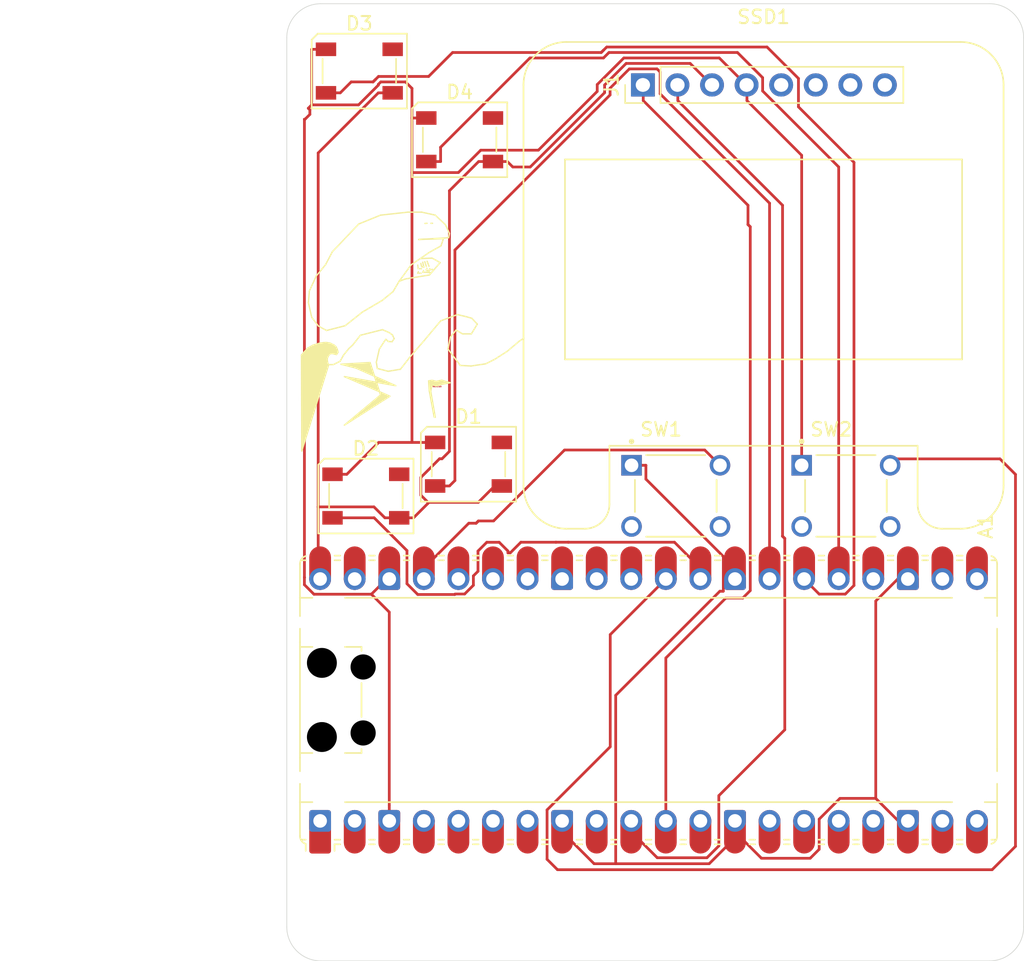
<source format=kicad_pcb>
(kicad_pcb (version 20241229) (generator "pcbnew") (generator_version "9.0")
  (layers (0 "F.Cu" signal) (2 "B.Cu" signal) (13 "F.Paste" user) (15 "B.Paste" user) (5 "F.SilkS" user "F.Silkscreen") (7 "B.SilkS" user "B.Silkscreen") (1 "F.Mask" user) (3 "B.Mask" user) (25 "Edge.Cuts" user))
  (net 0 "")
  (net 3 "unconnected-(A1-GPIO20-Pad26)")
  (net 15 "Net-(A1-RUN)")
  (net 19 "Net-(A1-GPIO7)")
  (net 21 "unconnected-(A1-GPIO19-Pad25)")
  (net 26 "Net-(A1-3V3_EN)")
  (net 28 "Net-(A1-GPIO8)")
  (net 31 "GND")
  (net 32 "Net-(A1-GPIO22)")
  (net 47 "Net-(A1-GPIO21)")
  (net 58 "+5V")
  (footprint "Display:Adafruit_SSD1306" (layer "F.Cu") (at 142.058 66.29)
    (property "Reference" "SSD1")
    (property "Value" "~")
  )
  (footprint "Connector_PinHeader_2.54mm:PinHeader_1x08_P2.54mm_Vertical" (layer "F.Cu") (at 142.11 66.29 90)
    (property "Reference" "J1")
    (property "Value" "Conn_01x08_Pin")
  )
  (footprint "TS02-66-70-BK-100-LCR-D:SW_TS02-66-70-BK-100-LCR-D" (layer "F.Cu") (at 157 96.5)
    (property "Reference" "SW2")
    (property "Value" "SW_Push")
  )
  (footprint "Module:RaspberryPi_Pico_Common_Unspecified" (layer "F.Cu") (at 142.5 111.5 90)
    (property "Reference" "A1")
    (property "Value" "RaspberryPi_Pico")
  )
  (footprint "MountingHole:MountingHole_2.1mm" (layer "F.Cu") (at 165.5 126.9)
    (property "Reference" "REF**" (hide yes))
    (property "Value" "MountingHole_2.1mm" (hide yes))
  )
  (footprint "TS02-66-70-BK-100-LCR-D:SW_TS02-66-70-BK-100-LCR-D" (layer "F.Cu") (at 144.5 96.5)
    (property "Reference" "SW1")
    (property "Value" "SW_Push")
  )
  (footprint "MountingHole:MountingHole_2.1mm" (layer "F.Cu") (at 121.8 126.8)
    (property "Reference" "REF**" (hide yes))
    (property "Value" "MountingHole_2.1mm" (hide yes))
  )
  (footprint "LED_SMD:LED_SK6812_PLCC4_5.0x5.0mm_P3.2mm" (layer "F.Cu") (at 121.25 65.27)
    (property "Reference" "D3")
    (property "Value" "SK6812")
  )
  (footprint "LED_SMD:LED_SK6812_PLCC4_5.0x5.0mm_P3.2mm" (layer "F.Cu") (at 128.62 70.32)
    (property "Reference" "D4")
    (property "Value" "SK6812")
  )
  (footprint "MountingHole:MountingHole_2.1mm" (layer "F.Cu") (at 121.8 72.8)
    (property "Reference" "REF**" (hide yes))
    (property "Value" "MountingHole_2.1mm" (hide yes))
  )
  (footprint "LED_SMD:LED_SK6812_PLCC4_5.0x5.0mm_P3.2mm" (layer "F.Cu") (at 129.27 94.17)
    (property "Reference" "D1")
    (property "Value" "SK6812")
  )
  (footprint "LED_SMD:LED_SK6812_PLCC4_5.0x5.0mm_P3.2mm" (layer "F.Cu") (at 121.73 96.51)
    (property "Reference" "D2")
    (property "Value" "SK6812")
  )
  (gr_line (start 118.09 80.33) (end 118.77 79.5) (stroke (width 0.1)) (layer "F.SilkS"))
  (gr_line (start 119.68 85.95) (end 119.57 86.1) (stroke (width 0.1)) (layer "F.SilkS"))
  (gr_line (start 127.19 79.35) (end 126.4 80.26) (stroke (width 0.1)) (layer "F.SilkS"))
  (gr_line (start 124.17 80.73) (end 123.73 81.48) (stroke (width 0.1)) (layer "F.SilkS"))
  (gr_line (start 125.77 79.41) (end 125.83 79.65) (stroke (width 0.1)) (layer "F.SilkS"))
  (gr_line (start 123.81 84.94) (end 123.65 85.17) (stroke (width 0.1)) (layer "F.SilkS"))
  (gr_line (start 125.58 79.8) (end 125.82 79.8) (stroke (width 0.1)) (layer "F.SilkS"))
  (gr_line (start 118.91 86.24) (end 118.88 86.43) (stroke (width 0.1)) (layer "F.SilkS"))
  (gr_line (start 128.36 84.31) (end 127.94 84.83) (stroke (width 0.1)) (layer "F.SilkS"))
  (gr_line (start 124.27 87.19) (end 124.9 86.38) (stroke (width 0.1)) (layer "F.SilkS"))
  (gr_line (start 126.51 76.46) (end 126.63 76.46) (stroke (width 0.1)) (layer "F.SilkS"))
  (gr_line (start 120.21 83.99) (end 118.84 84.34) (stroke (width 0.1)) (layer "F.SilkS"))
  (gr_line (start 126.83 75.86) (end 127.58 76.57) (stroke (width 0.1)) (layer "F.SilkS"))
  (gr_line (start 125.33 85.87) (end 125.99 85.11) (stroke (width 0.1)) (layer "F.SilkS"))
  (gr_line (start 119.41 85.43) (end 119.53 85.53) (stroke (width 0.1)) (layer "F.SilkS"))
  (gr_line (start 125.06 79.51) (end 124.17 80.73) (stroke (width 0.1)) (layer "F.SilkS"))
  (gr_line (start 117.51 82.3) (end 117.58 81.44) (stroke (width 0.1)) (layer "F.SilkS"))
  (gr_line (start 125.92 80.06) (end 126.2 80.06) (stroke (width 0.1)) (layer "F.SilkS"))
  (gr_line (start 126.2 80.06) (end 126.5 80.1) (stroke (width 0.1)) (layer "F.SilkS"))
  (gr_line (start 127.81 77.52) (end 125.61 77.65) (stroke (width 0.1)) (layer "F.SilkS"))
  (gr_line (start 126.39 79.89) (end 126.62 79.845) (stroke (width 0.1)) (layer "F.SilkS"))
  (gr_line (start 126.4 80.26) (end 124.63 80.55) (stroke (width 0.1)) (layer "F.SilkS"))
  (gr_line (start 118.88 86.43) (end 118.88 86.72) (stroke (width 0.1)) (layer "F.SilkS"))
  (gr_line (start 123.65 85.17) (end 123.38 85.15) (stroke (width 0.1)) (layer "F.SilkS"))
  (gr_poly (pts (xy 119.899968 86.820195) (xy 122.039968 86.695195) (xy 122.809968 89.080195) (xy 120.149968 91.300195) (xy 123.499968 89.170195) (xy 120.149968 87.730195) (xy 123.929968 88.400195) (xy 120.999968 87.100195)) (stroke (width 0.1)) (fill yes) (layer "F.SilkS"))
  (gr_line (start 119.63 85.73) (end 119.68 85.95) (stroke (width 0.1)) (layer "F.SilkS"))
  (gr_line (start 131.16 86.48) (end 132.09 85.89) (stroke (width 0.1)) (layer "F.SilkS"))
  (gr_line (start 119.84 86.6) (end 120.09 86.15) (stroke (width 0.1)) (layer "F.SilkS"))
  (gr_poly (pts (xy 126.83 90.72) (xy 126.49 88.76) (xy 126.39 88.78) (xy 126.75 90.71)) (stroke (width 0.1)) (fill yes) (layer "F.SilkS"))
  (gr_line (start 129.46 86.95) (end 130.54 86.79) (stroke (width 0.1)) (layer "F.SilkS"))
  (gr_line (start 132.09 85.89) (end 133.01 85.12) (stroke (width 0.1)) (layer "F.SilkS"))
  (gr_line (start 123.2 84.99) (end 123.06 85.18) (stroke (width 0.1)) (layer "F.SilkS"))
  (gr_poly (pts (xy 117 86.15) (xy 117.46 85.64) (xy 117.86 85.42) (xy 118.32 85.28) (xy 118.78 85.22) (xy 119.12 85.28) (xy 119.41 85.43) (xy 119.58 85.63) (xy 119.655 85.84) (xy 119.625 86.025) (xy 119.57 86.1) (xy 119.37 86.05) (xy 119.16 86.03) (xy 119.08 86.043333) (xy 118.985 86.175) (xy 118.88 86.43) (xy 118.94 86.785) (xy 119 86.85) (xy 117.02 93.21)) (stroke (width 0.1)) (fill yes) (layer "F.SilkS"))
  (gr_line (start 117.23 85.89) (end 117.46 85.64) (stroke (width 0.1)) (layer "F.SilkS"))
  (gr_line (start 119.37 86.05) (end 119.22 86.02) (stroke (width 0.1)) (layer "F.SilkS"))
  (gr_line (start 125.54 79.53) (end 125.58 79.8) (stroke (width 0.1)) (layer "F.SilkS"))
  (gr_line (start 119.57 86.1) (end 119.37 86.05) (stroke (width 0.1)) (layer "F.SilkS"))
  (gr_line (start 122.57 87.13) (end 123.37 87.34) (stroke (width 0.1)) (layer "F.SilkS"))
  (gr_line (start 124.82 75.64) (end 125.83 75.64) (stroke (width 0.1)) (layer "F.SilkS"))
  (gr_line (start 120.09 86.15) (end 120.47 85.68) (stroke (width 0.1)) (layer "F.SilkS"))
  (gr_poly (pts (xy 126.39 88.78) (xy 126.34 88.042187) (xy 126.6 88.002187) (xy 126.9 88.082187) (xy 127.31 87.992187) (xy 127.56 88.082187) (xy 127.93 88.182187) (xy 127.32 88.292187) (xy 126.91 88.412187) (xy 126.6 88.332187) (xy 126.49 88.852187)) (stroke (width 0.1)) (fill yes) (layer "F.SilkS"))
  (gr_line (start 119 86.85) (end 119.34 86.85) (stroke (width 0.1)) (layer "F.SilkS"))
  (gr_line (start 127.25 78.12) (end 126.39 78.6) (stroke (width 0.1)) (layer "F.SilkS"))
  (gr_line (start 125.83 75.64) (end 126.83 75.86) (stroke (width 0.1)) (layer "F.SilkS"))
  (gr_line (start 123.73 81.48) (end 122.93 82.13) (stroke (width 0.1)) (layer "F.SilkS"))
  (gr_line (start 128.83 84.59) (end 128.36 84.31) (stroke (width 0.1)) (layer "F.SilkS"))
  (gr_line (start 125.83 79.65) (end 125.94 79.67) (stroke (width 0.1)) (layer "F.SilkS"))
  (gr_line (start 126.16 79.89) (end 126.37 79.99) (stroke (width 0.1)) (layer "F.SilkS"))
  (gr_line (start 124.63 80.55) (end 124.17 80.73) (stroke (width 0.1)) (layer "F.SilkS"))
  (gr_line (start 127.43 77.59) (end 127.25 78.12) (stroke (width 0.1)) (layer "F.SilkS"))
  (gr_line (start 117.86 85.42) (end 118.32 85.28) (stroke (width 0.1)) (layer "F.SilkS"))
  (gr_line (start 123.68 84.66) (end 123.81 84.94) (stroke (width 0.1)) (layer "F.SilkS"))
  (gr_line (start 122.5 86.67) (end 122.57 87.13) (stroke (width 0.1)) (layer "F.SilkS"))
  (gr_line (start 121.21 76.51) (end 122.81 75.86) (stroke (width 0.1)) (layer "F.SilkS"))
  (gr_line (start 118.32 85.28) (end 118.78 85.22) (stroke (width 0.1)) (layer "F.SilkS"))
  (gr_line (start 117.58 81.44) (end 118.09 80.33) (stroke (width 0.1)) (layer "F.SilkS"))
  (gr_line (start 121.33 84.69) (end 122.95 84.28) (stroke (width 0.1)) (layer "F.SilkS"))
  (gr_line (start 117 86.15) (end 117.23 85.89) (stroke (width 0.1)) (layer "F.SilkS"))
  (gr_line (start 126.43 79.8) (end 126.39 79.89) (stroke (width 0.1)) (layer "F.SilkS"))
  (gr_line (start 127.76 85.7) (end 128.67 86.91) (stroke (width 0.1)) (layer "F.SilkS"))
  (gr_line (start 121.47 82.99) (end 120.21 83.99) (stroke (width 0.1)) (layer "F.SilkS"))
  (gr_line (start 127.58 76.57) (end 127.87 77.21) (stroke (width 0.1)) (layer "F.SilkS"))
  (gr_line (start 123.38 85.15) (end 123.2 84.99) (stroke (width 0.1)) (layer "F.SilkS"))
  (gr_line (start 119.53 85.53) (end 119.63 85.73) (stroke (width 0.1)) (layer "F.SilkS"))
  (gr_line (start 126.6 79.02) (end 127.19 79.35) (stroke (width 0.1)) (layer "F.SilkS"))
  (gr_line (start 119.34 86.85) (end 119.84 86.6) (stroke (width 0.1)) (layer "F.SilkS"))
  (gr_line (start 122.95 84.28) (end 123.43 84.49) (stroke (width 0.1)) (layer "F.SilkS"))
  (gr_line (start 123.06 85.18) (end 122.72 85.71) (stroke (width 0.1)) (layer "F.SilkS"))
  (gr_line (start 125.725 79.055) (end 126.6 79.02) (stroke (width 0.1)) (layer "F.SilkS"))
  (gr_line (start 122.72 85.71) (end 122.5 86.67) (stroke (width 0.1)) (layer "F.SilkS"))
  (gr_line (start 133.01 85.12) (end 133.34 84.9) (stroke (width 0.1)) (layer "F.SilkS"))
  (gr_line (start 128.67 86.91) (end 129.46 86.95) (stroke (width 0.1)) (layer "F.SilkS"))
  (gr_line (start 129.51 83.44) (end 129.92 83.87) (stroke (width 0.1)) (layer "F.SilkS"))
  (gr_line (start 126.23 79.25) (end 126.37 79.62) (stroke (width 0.1)) (layer "F.SilkS"))
  (gr_line (start 125.99 79.69) (end 125.981351 79.65) (stroke (width 0.1)) (layer "F.SilkS"))
  (gr_line (start 125.54 80.13) (end 125.79 80.13) (stroke (width 0.1)) (layer "F.SilkS"))
  (gr_line (start 122.81 75.86) (end 124.82 75.64) (stroke (width 0.1)) (layer "F.SilkS"))
  (gr_line (start 118.78 85.22) (end 119.12 85.28) (stroke (width 0.1)) (layer "F.SilkS"))
  (gr_line (start 129.92 83.87) (end 129.48 84.59) (stroke (width 0.1)) (layer "F.SilkS"))
  (gr_line (start 126.39 78.6) (end 125.06 79.51) (stroke (width 0.1)) (layer "F.SilkS"))
  (gr_line (start 126.07 76.47) (end 126.23 76.46) (stroke (width 0.1)) (layer "F.SilkS"))
  (gr_line (start 129.48 84.59) (end 128.83 84.59) (stroke (width 0.1)) (layer "F.SilkS"))
  (gr_line (start 120.78 85.39) (end 121.33 84.69) (stroke (width 0.1)) (layer "F.SilkS"))
  (gr_line (start 127.94 84.83) (end 127.76 85.7) (stroke (width 0.1)) (layer "F.SilkS"))
  (gr_line (start 119.1 86.04) (end 119.06 86.11) (stroke (width 0.1)) (layer "F.SilkS"))
  (gr_line (start 122.93 82.13) (end 121.47 82.99) (stroke (width 0.1)) (layer "F.SilkS"))
  (gr_line (start 117.75 83.37) (end 117.51 82.3) (stroke (width 0.1)) (layer "F.SilkS"))
  (gr_line (start 124.9 86.38) (end 125.33 85.87) (stroke (width 0.1)) (layer "F.SilkS"))
  (gr_line (start 125.91 79.32) (end 125.99 79.69) (stroke (width 0.1)) (layer "F.SilkS"))
  (gr_line (start 127.23 83.63) (end 128.46 83.17) (stroke (width 0.1)) (layer "F.SilkS"))
  (gr_line (start 123.37 87.34) (end 124.27 87.19) (stroke (width 0.1)) (layer "F.SilkS"))
  (gr_line (start 123.43 84.49) (end 123.68 84.66) (stroke (width 0.1)) (layer "F.SilkS"))
  (gr_line (start 118.24 84.01) (end 117.75 83.37) (stroke (width 0.1)) (layer "F.SilkS"))
  (gr_line (start 119.22 86.02) (end 119.1 86.04) (stroke (width 0.1)) (layer "F.SilkS"))
  (gr_line (start 119.06 86.11) (end 118.91 86.24) (stroke (width 0.1)) (layer "F.SilkS"))
  (gr_line (start 117.46 85.64) (end 117.86 85.42) (stroke (width 0.1)) (layer "F.SilkS"))
  (gr_line (start 126.22 79.79) (end 126.16 79.89) (stroke (width 0.1)) (layer "F.SilkS"))
  (gr_line (start 118.88 86.72) (end 119 86.85) (stroke (width 0.1)) (layer "F.SilkS"))
  (gr_line (start 120.47 85.68) (end 120.78 85.39) (stroke (width 0.1)) (layer "F.SilkS"))
  (gr_line (start 119.12 85.28) (end 119.41 85.43) (stroke (width 0.1)) (layer "F.SilkS"))
  (gr_line (start 125.61 77.65) (end 127.43 77.59) (stroke (width 0.1)) (layer "F.SilkS"))
  (gr_line (start 129.12 83.33) (end 129.51 83.44) (stroke (width 0.1)) (layer "F.SilkS"))
  (gr_line (start 126.37 79.99) (end 126.265 79.94) (stroke (width 0.1)) (layer "F.SilkS"))
  (gr_line (start 118.84 84.34) (end 118.24 84.01) (stroke (width 0.1)) (layer "F.SilkS"))
  (gr_line (start 126.06 79.28) (end 126.18 79.65) (stroke (width 0.1)) (layer "F.SilkS"))
  (gr_line (start 118.77 79.5) (end 119.27 78.55) (stroke (width 0.1)) (layer "F.SilkS"))
  (gr_line (start 130.54 86.79) (end 131.16 86.48) (stroke (width 0.1)) (layer "F.SilkS"))
  (gr_line (start 125.59 80.01) (end 125.54 80.13) (stroke (width 0.1)) (layer "F.SilkS"))
  (gr_line (start 127.87 77.21) (end 127.81 77.52) (stroke (width 0.1)) (layer "F.SilkS"))
  (gr_line (start 128.46 83.17) (end 129.12 83.33) (stroke (width 0.1)) (layer "F.SilkS"))
  (gr_line (start 125.97 79.94) (end 125.92 80.06) (stroke (width 0.1)) (layer "F.SilkS"))
  (gr_line (start 119.27 78.55) (end 121.21 76.51) (stroke (width 0.1)) (layer "F.SilkS"))
  (gr_line (start 125.99 85.11) (end 127.23 83.63) (stroke (width 0.1)) (layer "F.SilkS"))
  (gr_line (start 170.06 62.82) (end 170.06 128.18) (stroke (width 0.05)) (layer "Edge.Cuts"))
  (gr_arc (start 167.56 60.32) (mid 169.327767 61.052233) (end 170.06 62.82) (stroke (width 0.05)) (layer "Edge.Cuts"))
  (gr_line (start 167.56 130.68) (end 118.42 130.68) (stroke (width 0.05)) (layer "Edge.Cuts"))
  (gr_line (start 118.42 60.32) (end 167.56 60.32) (stroke (width 0.05)) (layer "Edge.Cuts"))
  (gr_arc (start 170.06 128.18) (mid 169.327767 129.947767) (end 167.56 130.68) (stroke (width 0.05)) (layer "Edge.Cuts"))
  (gr_line (start 115.92 128.18) (end 115.92 62.82) (stroke (width 0.05)) (layer "Edge.Cuts"))
  (gr_arc (start 118.42 130.68) (mid 116.652233 129.947767) (end 115.92 128.18) (stroke (width 0.05)) (layer "Edge.Cuts"))
  (gr_arc (start 115.92 62.82) (mid 116.652233 61.052233) (end 118.42 60.32) (stroke (width 0.05)) (layer "Edge.Cuts"))
  (gr_text "Hackclub" (at 126.94 88.45 0) (layer "F.Cu") (effects (font (size 0.1 0.1) (thickness 0.025))))
  (segment (start 128.1022 63.906) (end 126.3416 65.6666) (width 0.2) (layer "F.Cu") (net 3))
  (segment (start 139.0223 63.906) (end 128.1022 63.906) (width 0.2) (layer "F.Cu") (net 3))
  (segment (start 153.93 102.61) (end 155.0382 103.7182) (width 0.2) (layer "F.Cu") (net 3))
  (segment (start 155.0382 103.7182) (end 156.9567 103.7182) (width 0.2) (layer "F.Cu") (net 3))
  (segment (start 126.3416 65.6666) (end 122.6587 65.6666) (width 0.2) (layer "F.Cu") (net 3))
  (segment (start 156.9567 103.7182) (end 157.5926 103.0823) (width 0.2) (layer "F.Cu") (net 3))
  (segment (start 157.5926 103.0823) (end 157.5926 71.9802) (width 0.2) (layer "F.Cu") (net 3))
  (segment (start 139.1886 63.7397) (end 139.0223 63.906) (width 0.2) (layer "F.Cu") (net 3))
  (segment (start 157.5926 71.9802) (end 153.514 67.9016) (width 0.2) (layer "F.Cu") (net 3))
  (segment (start 153.93 102.61) (end 153.93 101.81) (width 0.2) (layer "F.Cu") (net 3))
  (segment (start 122.2585 66.0668) (end 120.6549 66.0668) (width 0.2) (layer "F.Cu") (net 3))
  (segment (start 139.424 63.5043) (end 139.1886 63.7397) (width 0.2) (layer "F.Cu") (net 3))
  (segment (start 151.2058 63.5043) (end 139.424 63.5043) (width 0.2) (layer "F.Cu") (net 3))
  (segment (start 153.514 67.9016) (end 153.514 65.8125) (width 0.2) (layer "F.Cu") (net 3))
  (segment (start 120.6549 66.0668) (end 119.8517 66.87) (width 0.2) (layer "F.Cu") (net 3))
  (segment (start 139.1886 63.7397) (end 139.0223 63.906) (width 0.2) (layer "F.Cu") (net 3))
  (segment (start 153.514 65.8125) (end 151.2058 63.5043) (width 0.2) (layer "F.Cu") (net 3))
  (segment (start 122.4233 65.902) (end 122.2585 66.0668) (width 0.2) (layer "F.Cu") (net 3))
  (segment (start 118.8 66.87) (end 119.8517 66.87) (width 0.2) (layer "F.Cu") (net 3))
  (segment (start 122.6587 65.6666) (end 122.4233 65.902) (width 0.2) (layer "F.Cu") (net 3))
  (segment (start 122.4233 65.902) (end 122.2585 66.0668) (width 0.2) (layer "F.Cu") (net 3))
  (segment (start 135.044 123.214) (end 135.809 123.979) (width 0.2) (layer "F.Cu") (net 15))
  (segment (start 135.044 119.580406) (end 135.044 123.214) (width 0.2) (layer "F.Cu") (net 15))
  (segment (start 169.459 122.261) (end 169.459 94.919) (width 0.2) (layer "F.Cu") (net 15))
  (segment (start 143.77 101.81) (end 143.77 102.61) (width 0.2) (layer "F.Cu") (net 15))
  (segment (start 139.6852 106.6948) (end 139.6852 114.939206) (width 0.2) (layer "F.Cu") (net 15))
  (segment (start 160.72 93.78) (end 160.25 94.25) (width 0.2) (layer "F.Cu") (net 15))
  (segment (start 143.77 102.61) (end 139.6852 106.6948) (width 0.2) (layer "F.Cu") (net 15))
  (segment (start 169.459 94.919) (end 168.32 93.78) (width 0.2) (layer "F.Cu") (net 15))
  (segment (start 135.809 123.979) (end 167.741 123.979) (width 0.2) (layer "F.Cu") (net 15))
  (segment (start 168.32 93.78) (end 160.72 93.78) (width 0.2) (layer "F.Cu") (net 15))
  (segment (start 139.6852 114.939206) (end 135.044 119.580406) (width 0.2) (layer "F.Cu") (net 15))
  (segment (start 167.741 123.979) (end 169.459 122.261) (width 0.2) (layer "F.Cu") (net 15))
  (segment (start 152.3442 99.4629) (end 152.509 99.6277) (width 0.2) (layer "F.Cu") (net 19))
  (segment (start 144.65 67.4417) (end 152.3442 75.1359) (width 0.2) (layer "F.Cu") (net 19))
  (segment (start 152.509 113.6898) (end 147.6634 118.5354) (width 0.2) (layer "F.Cu") (net 19))
  (segment (start 147.6634 118.5354) (end 147.6634 122.2262) (width 0.2) (layer "F.Cu") (net 19))
  (segment (start 152.509 99.6277) (end 152.509 113.6898) (width 0.2) (layer "F.Cu") (net 19))
  (segment (start 141.23 120.39) (end 141.23 121.19) (width 0.2) (layer "F.Cu") (net 19))
  (segment (start 152.3442 99.4629) (end 152.509 99.6277) (width 0.2) (layer "F.Cu") (net 19))
  (segment (start 144.65 66.29) (end 144.65 67.4417) (width 0.2) (layer "F.Cu") (net 19))
  (segment (start 152.3442 75.1359) (end 152.3442 99.4629) (width 0.2) (layer "F.Cu") (net 19))
  (segment (start 143.1399 123.0999) (end 141.23 121.19) (width 0.2) (layer "F.Cu") (net 19))
  (segment (start 146.7897 123.0999) (end 143.1399 123.0999) (width 0.2) (layer "F.Cu") (net 19))
  (segment (start 144.598 66.29) (end 144.65 66.29) (width 0.2) (layer "F.Cu") (net 19))
  (segment (start 147.6634 122.2262) (end 146.7897 123.0999) (width 0.2) (layer "F.Cu") (net 19))
  (segment (start 156.47 101.81) (end 156.47 72.3215) (width 0.2) (layer "F.Cu") (net 21))
  (segment (start 150.8817 66.7332) (end 150.8817 65.756) (width 0.2) (layer "F.Cu") (net 21))
  (segment (start 150.8817 65.756) (end 149.0317 63.906) (width 0.2) (layer "F.Cu") (net 21))
  (segment (start 133.7823 64.3077) (end 127.2217 70.8683) (width 0.2) (layer "F.Cu") (net 21))
  (segment (start 139.1887 64.3077) (end 133.7823 64.3077) (width 0.2) (layer "F.Cu") (net 21))
  (segment (start 126.17 71.92) (end 127.2217 71.92) (width 0.2) (layer "F.Cu") (net 21))
  (segment (start 127.2217 70.8683) (end 127.2217 71.92) (width 0.2) (layer "F.Cu") (net 21))
  (segment (start 156.47 102.61) (end 156.47 101.81) (width 0.2) (layer "F.Cu") (net 21))
  (segment (start 139.5904 63.906) (end 139.1887 64.3077) (width 0.2) (layer "F.Cu") (net 21))
  (segment (start 156.47 72.3215) (end 150.8817 66.7332) (width 0.2) (layer "F.Cu") (net 21))
  (segment (start 149.0317 63.906) (end 139.5904 63.906) (width 0.2) (layer "F.Cu") (net 21))
  (segment (start 136.327 93.1259) (end 131.1107 98.3422) (width 0.2) (layer "F.Cu") (net 26))
  (segment (start 125.99 102.61) (end 125.99 101.81) (width 0.2) (layer "F.Cu") (net 26))
  (segment (start 131.1107 98.3422) (end 129.9991 98.3422) (width 0.2) (layer "F.Cu") (net 26))
  (segment (start 129.2915 98.5085) (end 125.99 101.81) (width 0.2) (layer "F.Cu") (net 26))
  (segment (start 147.75 94.25) (end 146.6259 93.1259) (width 0.2) (layer "F.Cu") (net 26))
  (segment (start 146.6259 93.1259) (end 136.327 93.1259) (width 0.2) (layer "F.Cu") (net 26))
  (segment (start 129.9991 98.3422) (end 129.8328 98.5085) (width 0.2) (layer "F.Cu") (net 26))
  (segment (start 129.8328 98.5085) (end 129.2915 98.5085) (width 0.2) (layer "F.Cu") (net 26))
  (segment (start 129.9991 98.3422) (end 129.8328 98.5085) (width 0.2) (layer "F.Cu") (net 26))
  (segment (start 149.8065 76.5514) (end 149.9728 76.7177) (width 0.2) (layer "F.Cu") (net 28))
  (segment (start 149.8065 75.1382) (end 149.8065 76.5514) (width 0.2) (layer "F.Cu") (net 28))
  (segment (start 142.11 66.29) (end 142.11 67.4417) (width 0.2) (layer "F.Cu") (net 28))
  (segment (start 149.8065 76.5514) (end 149.9728 76.7177) (width 0.2) (layer "F.Cu") (net 28))
  (segment (start 142.058 66.29) (end 142.11 66.29) (width 0.2) (layer "F.Cu") (net 28))
  (segment (start 149.4227 104.0079) (end 149.9728 103.4578) (width 0.2) (layer "F.Cu") (net 28))
  (segment (start 143.77 108.415) (end 148.1771 104.0079) (width 0.2) (layer "F.Cu") (net 28))
  (segment (start 149.9728 103.4578) (end 149.9728 76.7177) (width 0.2) (layer "F.Cu") (net 28))
  (segment (start 142.11 67.4417) (end 149.8065 75.1382) (width 0.2) (layer "F.Cu") (net 28))
  (segment (start 143.77 120.39) (end 143.77 108.415) (width 0.2) (layer "F.Cu") (net 28))
  (segment (start 148.1771 104.0079) (end 149.4227 104.0079) (width 0.2) (layer "F.Cu") (net 28))
  (segment (start 143.77 121.19) (end 143.77 120.39) (width 0.2) (layer "F.Cu") (net 28))
  (segment (start 125.1183 92.57) (end 125.7683 92.57) (width 0.2) (layer "F.Cu") (net 31))
  (segment (start 122.1354 103.7276) (end 123.45 102.413) (width 0.2) (layer "F.Cu") (net 31))
  (segment (start 119.28 94.91) (end 120.3317 94.91) (width 0.2) (layer "F.Cu") (net 31))
  (segment (start 126.82 92.57) (end 125.7683 92.57) (width 0.2) (layer "F.Cu") (net 31))
  (segment (start 147.9944 100.9544) (end 147.9944 101.81) (width 0.2) (layer "F.Cu") (net 31))
  (segment (start 142.3057 95.2657) (end 147.9944 100.9544) (width 0.2) (layer "F.Cu") (net 31))
  (segment (start 147.9944 101.81) (end 148.0254 101.81) (width 0.2) (layer "F.Cu") (net 31))
  (segment (start 120.3317 94.91) (end 122.6717 92.57) (width 0.2) (layer "F.Cu") (net 31))
  (segment (start 141.25 94.25) (end 142.3057 94.25) (width 0.2) (layer "F.Cu") (net 31))
  (segment (start 149.678 66.29) (end 149.73 66.29) (width 0.2) (layer "F.Cu") (net 31))
  (segment (start 147.9944 103.4998) (end 147.9842 103.51) (width 0.2) (layer "F.Cu") (net 31))
  (segment (start 118.2742 63.67) (end 117.7483 63.67) (width 0.2) (layer "F.Cu") (net 31))
  (segment (start 136.15 120.39) (end 136.15 121.19) (width 0.2) (layer "F.Cu") (net 31))
  (segment (start 161.55 102.61) (end 161.55 101.81) (width 0.2) (layer "F.Cu") (net 31))
  (segment (start 140.6821 64.3077) (end 147.6957 64.3077) (width 0.2) (layer "F.Cu") (net 31))
  (segment (start 155.0373 120.2598) (end 155.0373 122.476) (width 0.2) (layer "F.Cu") (net 31))
  (segment (start 149.73 67.4417) (end 153.75 71.4617) (width 0.2) (layer "F.Cu") (net 31))
  (segment (start 148.85 121.6446) (end 148.85 121.19) (width 0.2) (layer "F.Cu") (net 31))
  (segment (start 125.1183 72.7307) (end 128.5262 72.7307) (width 0.2) (layer "F.Cu") (net 31))
  (segment (start 153.75 71.4617) (end 153.75 94.25) (width 0.2) (layer "F.Cu") (net 31))
  (segment (start 117.6167 68.1231) (end 117.499 68.0054) (width 0.2) (layer "F.Cu") (net 31))
  (segment (start 134.4051 71.0865) (end 138.7292 66.7624) (width 0.2) (layer "F.Cu") (net 31))
  (segment (start 161.55 120.39) (end 161.55 121.19) (width 0.2) (layer "F.Cu") (net 31))
  (segment (start 123.45 102.413) (end 123.45 101.81) (width 0.2) (layer "F.Cu") (net 31))
  (segment (start 159.1929 104.2255) (end 160.8084 102.61) (width 0.2) (layer "F.Cu") (net 31))
  (segment (start 156.5623 118.7348) (end 155.0373 120.2598) (width 0.2) (layer "F.Cu") (net 31))
  (segment (start 160.8084 102.61) (end 161.55 102.61) (width 0.2) (layer "F.Cu") (net 31))
  (segment (start 118.2742 63.67) (end 118.8 63.67) (width 0.2) (layer "F.Cu") (net 31))
  (segment (start 128.5262 72.7307) (end 130.1704 71.0865) (width 0.2) (layer "F.Cu") (net 31))
  (segment (start 147.6957 64.3077) (end 149.678 66.29) (width 0.2) (layer "F.Cu") (net 31))
  (segment (start 122.6483 66.3019) (end 121.1941 67.7561) (width 0.2) (layer "F.Cu") (net 31))
  (segment (start 117.9139 103.7276) (end 117.215 103.0287) (width 0.2) (layer "F.Cu") (net 31))
  (segment (start 138.4988 123.5388) (end 136.15 121.19) (width 0.2) (layer "F.Cu") (net 31))
  (segment (start 159.1929 118.7348) (end 159.1929 104.2255) (width 0.2) (layer "F.Cu") (net 31))
  (segment (start 155.0373 122.476) (end 154.3763 123.137) (width 0.2) (layer "F.Cu") (net 31))
  (segment (start 160.8481 120.39) (end 161.55 120.39) (width 0.2) (layer "F.Cu") (net 31))
  (segment (start 117.6167 68.4557) (end 117.6167 68.1231) (width 0.2) (layer "F.Cu") (net 31))
  (segment (start 159.1929 118.7348) (end 156.5623 118.7348) (width 0.2) (layer "F.Cu") (net 31))
  (segment (start 147.9944 100.9544) (end 148.85 101.81) (width 0.2) (layer "F.Cu") (net 31))
  (segment (start 159.1929 118.7348) (end 160.8481 120.39) (width 0.2) (layer "F.Cu") (net 31))
  (segment (start 125.1183 72.7307) (end 125.1183 68.72) (width 0.2) (layer "F.Cu") (net 31))
  (segment (start 147.9944 101.81) (end 147.9944 103.4998) (width 0.2) (layer "F.Cu") (net 31))
  (segment (start 123.45 119.2469) (end 123.45 105.0422) (width 0.2) (layer "F.Cu") (net 31))
  (segment (start 123.45 101.81) (end 123.45 102.61) (width 0.2) (layer "F.Cu") (net 31))
  (segment (start 117.2639 68.8085) (end 117.6167 68.4557) (width 0.2) (layer "F.Cu") (net 31))
  (segment (start 121.1941 67.7561) (end 117.7483 67.7561) (width 0.2) (layer "F.Cu") (net 31))
  (segment (start 149.73 66.29) (end 149.73 67.4417) (width 0.2) (layer "F.Cu") (net 31))
  (segment (start 123.45 105.0422) (end 122.1354 103.7276) (width 0.2) (layer "F.Cu") (net 31))
  (segment (start 123.45 120.39) (end 123.45 119.2469) (width 0.2) (layer "F.Cu") (net 31))
  (segment (start 122.6717 92.57) (end 125.1183 92.57) (width 0.2) (layer "F.Cu") (net 31))
  (segment (start 148.0254 101.81) (end 148.85 101.81) (width 0.2) (layer "F.Cu") (net 31))
  (segment (start 125.1183 92.57) (end 125.1183 72.7307) (width 0.2) (layer "F.Cu") (net 31))
  (segment (start 140.0862 123.5388) (end 146.9558 123.5388) (width 0.2) (layer "F.Cu") (net 31))
  (segment (start 146.9558 123.5388) (end 148.85 121.6446) (width 0.2) (layer "F.Cu") (net 31))
  (segment (start 123.45 121.19) (end 123.45 120.39) (width 0.2) (layer "F.Cu") (net 31))
  (segment (start 140.0862 123.5388) (end 138.4988 123.5388) (width 0.2) (layer "F.Cu") (net 31))
  (segment (start 148.85 101.81) (end 148.85 102.61) (width 0.2) (layer "F.Cu") (net 31))
  (segment (start 154.3763 123.137) (end 150.797 123.137) (width 0.2) (layer "F.Cu") (net 31))
  (segment (start 117.499 68.0054) (end 117.7483 67.7561) (width 0.2) (layer "F.Cu") (net 31))
  (segment (start 125.1183 68.72) (end 125.1183 66.5437) (width 0.2) (layer "F.Cu") (net 31))
  (segment (start 138.7292 66.7624) (end 138.7292 66.2606) (width 0.2) (layer "F.Cu") (net 31))
  (segment (start 117.7483 67.7561) (end 117.7483 63.67) (width 0.2) (layer "F.Cu") (net 31))
  (segment (start 117.2165 102.493) (end 117.2165 68.8085) (width 0.2) (layer "F.Cu") (net 31))
  (segment (start 125.1183 66.5437) (end 124.6429 66.0683) (width 0.2) (layer "F.Cu") (net 31))
  (segment (start 130.1704 71.0865) (end 134.4051 71.0865) (width 0.2) (layer "F.Cu") (net 31))
  (segment (start 122.6483 66.245) (end 122.6483 66.3019) (width 0.2) (layer "F.Cu") (net 31))
  (segment (start 122.825 66.0683) (end 122.6483 66.245) (width 0.2) (layer "F.Cu") (net 31))
  (segment (start 140.0862 111.1601) (end 140.0862 123.5388) (width 0.2) (layer "F.Cu") (net 31))
  (segment (start 126.17 68.72) (end 125.1183 68.72) (width 0.2) (layer "F.Cu") (net 31))
  (segment (start 142.3057 94.25) (end 142.3057 95.2657) (width 0.2) (layer "F.Cu") (net 31))
  (segment (start 150.797 123.137) (end 148.85 121.19) (width 0.2) (layer "F.Cu") (net 31))
  (segment (start 122.1354 103.7276) (end 117.9139 103.7276) (width 0.2) (layer "F.Cu") (net 31))
  (segment (start 117.215 103.0287) (end 117.215 102.4945) (width 0.2) (layer "F.Cu") (net 31))
  (segment (start 148.85 120.39) (end 148.85 121.19) (width 0.2) (layer "F.Cu") (net 31))
  (segment (start 117.2165 68.8085) (end 117.2639 68.8085) (width 0.2) (layer "F.Cu") (net 31))
  (segment (start 117.215 102.4945) (end 117.2165 102.493) (width 0.2) (layer "F.Cu") (net 31))
  (segment (start 147.9842 103.51) (end 147.7363 103.51) (width 0.2) (layer "F.Cu") (net 31))
  (segment (start 124.6429 66.0683) (end 122.825 66.0683) (width 0.2) (layer "F.Cu") (net 31))
  (segment (start 138.7292 66.2606) (end 140.6821 64.3077) (width 0.2) (layer "F.Cu") (net 31))
  (segment (start 147.7363 103.51) (end 140.0862 111.1601) (width 0.2) (layer "F.Cu") (net 31))
  (segment (start 128.98605 103.711) (end 129.631 103.06605) (width 0.2) (layer "F.Cu") (net 32))
  (segment (start 146.31 102.61) (end 146.31 101.81) (width 0.2) (layer "F.Cu") (net 32))
  (segment (start 131.52605 99.909) (end 132.171 100.55395) (width 0.2) (layer "F.Cu") (net 32))
  (segment (start 130.61395 99.909) (end 131.52605 99.909) (width 0.2) (layer "F.Cu") (net 32))
  (segment (start 133.1213 99.9052) (end 135.690678 99.9052) (width 0.2) (layer "F.Cu") (net 32))
  (segment (start 122.34 98.11) (end 124.75 100.52) (width 0.2) (layer "F.Cu") (net 32))
  (segment (start 136.608122 99.904) (end 136.609322 99.9052) (width 0.2) (layer "F.Cu") (net 32))
  (segment (start 132.171 100.55395) (end 132.171 100.6865) (width 0.2) (layer "F.Cu") (net 32))
  (segment (start 129.969 100.55395) (end 130.61395 99.909) (width 0.2) (layer "F.Cu") (net 32))
  (segment (start 132.34 100.6865) (end 133.1213 99.9052) (width 0.2) (layer "F.Cu") (net 32))
  (segment (start 124.75 100.52) (end 124.75 102.9542) (width 0.2) (layer "F.Cu") (net 32))
  (segment (start 119.28 98.11) (end 122.34 98.11) (width 0.2) (layer "F.Cu") (net 32))
  (segment (start 125.5441 103.7483) (end 128.2617 103.7483) (width 0.2) (layer "F.Cu") (net 32))
  (segment (start 135.690678 99.9052) (end 135.691878 99.904) (width 0.2) (layer "F.Cu") (net 32))
  (segment (start 129.631 103.06605) (end 129.631 102.379) (width 0.2) (layer "F.Cu") (net 32))
  (segment (start 129.969 102.041) (end 129.969 100.55395) (width 0.2) (layer "F.Cu") (net 32))
  (segment (start 132.171 100.6865) (end 132.34 100.6865) (width 0.2) (layer "F.Cu") (net 32))
  (segment (start 144.4052 99.9052) (end 146.31 101.81) (width 0.2) (layer "F.Cu") (net 32))
  (segment (start 135.691878 99.904) (end 136.608122 99.904) (width 0.2) (layer "F.Cu") (net 32))
  (segment (start 129.631 102.379) (end 129.969 102.041) (width 0.2) (layer "F.Cu") (net 32))
  (segment (start 128.299 103.711) (end 128.98605 103.711) (width 0.2) (layer "F.Cu") (net 32))
  (segment (start 124.75 102.9542) (end 125.5441 103.7483) (width 0.2) (layer "F.Cu") (net 32))
  (segment (start 136.609322 99.9052) (end 144.4052 99.9052) (width 0.2) (layer "F.Cu") (net 32))
  (segment (start 128.2617 103.7483) (end 128.299 103.711) (width 0.2) (layer "F.Cu") (net 32))
  (segment (start 127.8717 95.77) (end 128.2734 95.3683) (width 0.2) (layer "F.Cu") (net 47))
  (segment (start 151.39 102.61) (end 151.39 101.81) (width 0.2) (layer "F.Cu") (net 47))
  (segment (start 151.39 74.982) (end 151.39 101.81) (width 0.2) (layer "F.Cu") (net 47))
  (segment (start 139.6741 67.0242) (end 139.6741 66.5268) (width 0.2) (layer "F.Cu") (net 47))
  (segment (start 126.82 95.77) (end 127.8717 95.77) (width 0.2) (layer "F.Cu") (net 47))
  (segment (start 128.2734 78.4249) (end 139.6741 67.0242) (width 0.2) (layer "F.Cu") (net 47))
  (segment (start 143.1247 65.1111) (end 143.354 65.3404) (width 0.2) (layer "F.Cu") (net 47))
  (segment (start 141.0898 65.1111) (end 143.1247 65.1111) (width 0.2) (layer "F.Cu") (net 47))
  (segment (start 143.354 65.3404) (end 143.354 66.946) (width 0.2) (layer "F.Cu") (net 47))
  (segment (start 139.6741 66.5268) (end 141.0898 65.1111) (width 0.2) (layer "F.Cu") (net 47))
  (segment (start 143.354 66.946) (end 151.39 74.982) (width 0.2) (layer "F.Cu") (net 47))
  (segment (start 128.2734 95.3683) (end 128.2734 78.4249) (width 0.2) (layer "F.Cu") (net 47))
  (segment (start 118.2283 101.6683) (end 118.2283 97.3083) (width 0.2) (layer "F.Cu") (net 58))
  (segment (start 118.2283 97.3083) (end 118.2283 71.29) (width 0.2) (layer "F.Cu") (net 58))
  (segment (start 131.07 71.92) (end 130.0183 71.92) (width 0.2) (layer "F.Cu") (net 58))
  (segment (start 131.1942 95.77) (end 129.9925 96.9717) (width 0.2) (layer "F.Cu") (net 58))
  (segment (start 147.138 66.29) (end 147.19 66.29) (width 0.2) (layer "F.Cu") (net 58))
  (segment (start 140.8529 64.7094) (end 145.5574 64.7094) (width 0.2) (layer "F.Cu") (net 58))
  (segment (start 139.2724 66.2899) (end 140.8529 64.7094) (width 0.2) (layer "F.Cu") (net 58))
  (segment (start 129.9925 96.9717) (end 126.295 96.9717) (width 0.2) (layer "F.Cu") (net 58))
  (segment (start 133.8086 72.3217) (end 139.2724 66.8579) (width 0.2) (layer "F.Cu") (net 58))
  (segment (start 139.2724 66.8579) (end 139.2724 66.2899) (width 0.2) (layer "F.Cu") (net 58))
  (segment (start 122.3266 97.3083) (end 123.1283 98.11) (width 0.2) (layer "F.Cu") (net 58))
  (segment (start 127.1433 93.77) (end 127.3255 93.77) (width 0.2) (layer "F.Cu") (net 58))
  (segment (start 118.2283 71.29) (end 122.6483 66.87) (width 0.2) (layer "F.Cu") (net 58))
  (segment (start 125.7683 95.145) (end 127.1433 93.77) (width 0.2) (layer "F.Cu") (net 58))
  (segment (start 124.18 98.11) (end 123.1283 98.11) (width 0.2) (layer "F.Cu") (net 58))
  (segment (start 124.7059 98.11) (end 124.18 98.11) (width 0.2) (layer "F.Cu") (net 58))
  (segment (start 131.72 95.77) (end 131.1942 95.77) (width 0.2) (layer "F.Cu") (net 58))
  (segment (start 125.7683 96.445) (end 125.7683 95.145) (width 0.2) (layer "F.Cu") (net 58))
  (segment (start 123.7 66.87) (end 122.6483 66.87) (width 0.2) (layer "F.Cu") (net 58))
  (segment (start 127.3255 93.77) (end 127.8717 93.2238) (width 0.2) (layer "F.Cu") (net 58))
  (segment (start 132.1217 71.92) (end 132.5234 72.3217) (width 0.2) (layer "F.Cu") (net 58))
  (segment (start 126.295 96.9717) (end 126.295 97.0467) (width 0.2) (layer "F.Cu") (net 58))
  (segment (start 118.2283 97.3083) (end 122.3266 97.3083) (width 0.2) (layer "F.Cu") (net 58))
  (segment (start 118.37 102.61) (end 118.37 101.81) (width 0.2) (layer "F.Cu") (net 58))
  (segment (start 126.295 97.0467) (end 125.2317 98.11) (width 0.2) (layer "F.Cu") (net 58))
  (segment (start 131.07 71.92) (end 132.1217 71.92) (width 0.2) (layer "F.Cu") (net 58))
  (segment (start 132.5234 72.3217) (end 133.8086 72.3217) (width 0.2) (layer "F.Cu") (net 58))
  (segment (start 126.295 96.9717) (end 125.7683 96.445) (width 0.2) (layer "F.Cu") (net 58))
  (segment (start 124.7059 98.11) (end 125.2317 98.11) (width 0.2) (layer "F.Cu") (net 58))
  (segment (start 118.37 101.81) (end 118.2283 101.6683) (width 0.2) (layer "F.Cu") (net 58))
  (segment (start 145.5574 64.7094) (end 147.138 66.29) (width 0.2) (layer "F.Cu") (net 58))
  (segment (start 127.8717 74.0666) (end 130.0183 71.92) (width 0.2) (layer "F.Cu") (net 58))
  (segment (start 127.8717 93.2238) (end 127.8717 74.0666) (width 0.2) (layer "F.Cu") (net 58))
)
</source>
